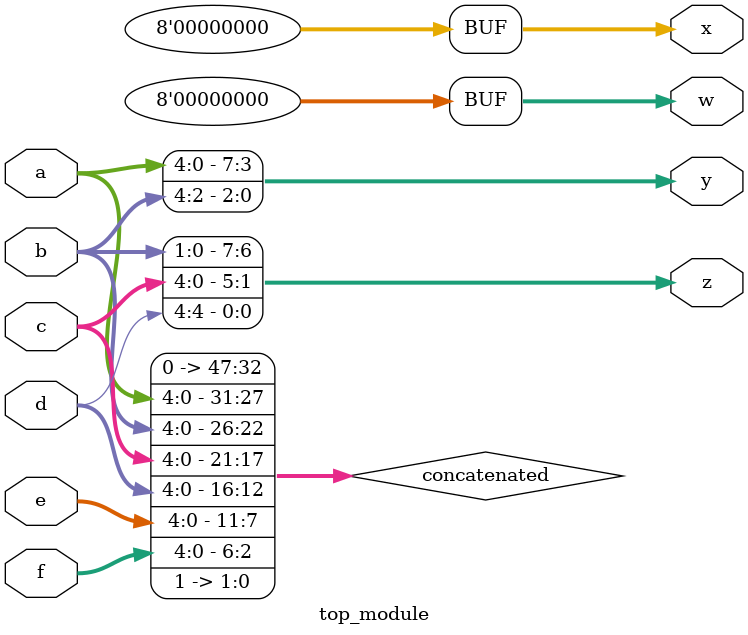
<source format=sv>
module top_module (
	input [4:0] a,
	input [4:0] b,
	input [4:0] c,
	input [4:0] d,
	input [4:0] e,
	input [4:0] f,
	output [7:0] w,
	output [7:0] x,
	output [7:0] y,
	output [7:0] z
);

    wire [47:0] concatenated;
    assign concatenated = {a, b, c, d, e, f, 2'b11};
    assign w = concatenated[47:40];
    assign x = concatenated[39:32];
    assign y = concatenated[31:24];
    assign z = concatenated[23:16];

endmodule

</source>
